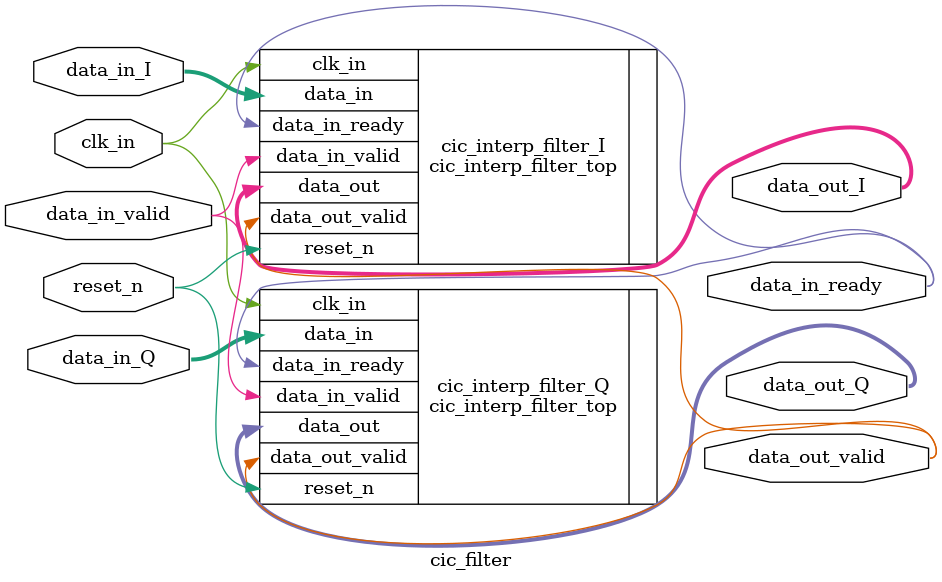
<source format=v>
`timescale 1ns / 1ns

//`define USE_XILINX_IP

module cic_filter
    #(parameter DATA_IN_WIDTH = 16,
    parameter DATA_OUT_WIDTH = 16,
    parameter FILTER_R = 8,
    parameter FILTER_N = 5,
    parameter FILTER_M = 1)(
    input reset_n,
    input clk_in,
    input [DATA_IN_WIDTH-1:0] data_in_I,
    input [DATA_IN_WIDTH-1:0] data_in_Q,
    input data_in_valid,
    output data_in_ready,
    output [DATA_OUT_WIDTH-1:0] data_out_I,
    output [DATA_OUT_WIDTH-1:0] data_out_Q,
    output data_out_valid
    );

    `ifdef USE_XILINX_IP
        // USE XILINX IP
        // TODO
        
    `else
        cic_interp_filter_top #(
            .DATA_IN_WIDTH  (DATA_IN_WIDTH),
            .DATA_OUT_WIDTH (DATA_OUT_WIDTH),
            .FILTER_R       (FILTER_R),
            .FILTER_N       (FILTER_N),
            .FILTER_M       (FILTER_M)
        )
        cic_interp_filter_I(
            .reset_n        (reset_n),
            .clk_in         (clk_in),
            .data_in        (data_in_I),
            .data_in_valid  (data_in_valid),
            .data_in_ready  (data_in_ready),
            .data_out       (data_out_I),
            .data_out_valid (data_out_valid)
            );
            
        cic_interp_filter_top #(
            .DATA_IN_WIDTH  (DATA_IN_WIDTH),
            .DATA_OUT_WIDTH (DATA_OUT_WIDTH),
            .FILTER_R       (FILTER_R),
            .FILTER_N       (FILTER_N),
            .FILTER_M       (FILTER_M)
        )
        cic_interp_filter_Q(
            .reset_n        (reset_n),
            .clk_in         (clk_in),
            .data_in        (data_in_Q),
            .data_in_valid  (data_in_valid),
            .data_in_ready  (data_in_ready),
            .data_out       (data_out_Q),
            .data_out_valid (data_out_valid)
            );
    `endif

endmodule

</source>
